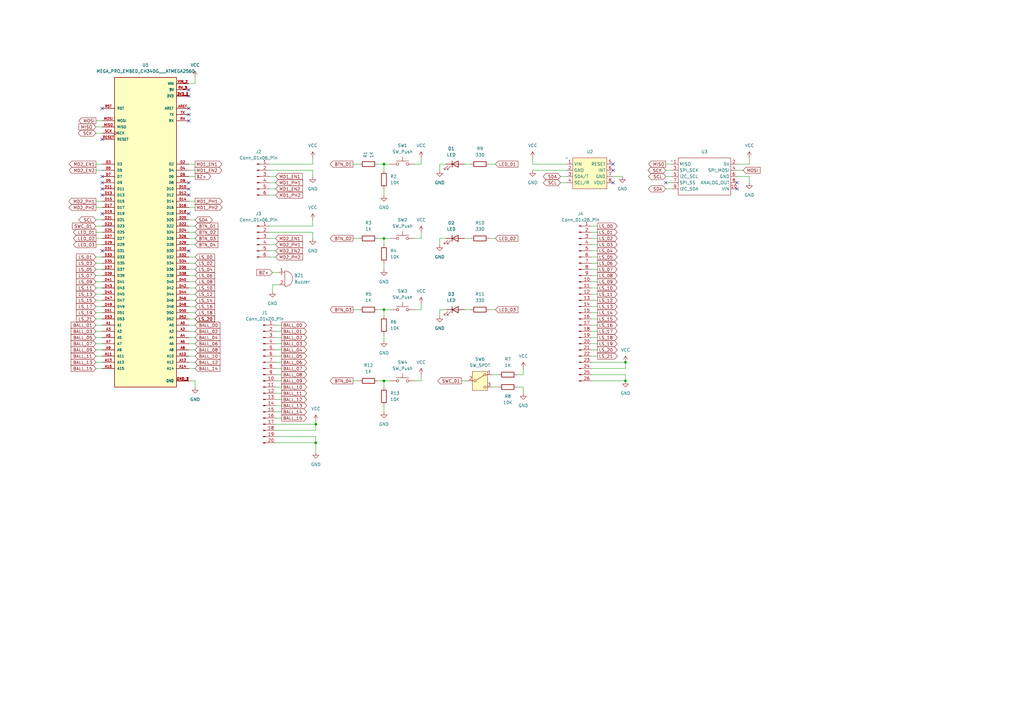
<source format=kicad_sch>
(kicad_sch (version 20230121) (generator eeschema)
  (paper "A3")
  (lib_symbols
    (symbol "BNO055:BNO055"
      (property "Reference" "U" (at 0 7.62 0))
      (symbol "BNO055_1_1"
        (pin passive line (at -8.89 3.81 0) (length 2.54) (name "VIN") (number "1"))
        (pin passive line (at -8.89 1.27 0) (length 2.54) (name "GND") (number "2"))
        (pin passive line (at -8.89 -1.27 0) (length 2.54) (name "SDA/T") (number "3"))
        (pin passive line (at -8.89 -3.81 0) (length 2.54) (name "SCL/R") (number "4"))
        (pin passive line (at 10.16 3.81 180) (length 2.54) (name "RESET") (number "5"))
        (pin passive line (at 10.16 1.27 180) (length 2.54) (name "INT") (number "6"))
        (pin passive line (at 10.16 -1.27 180) (length 2.54) (name "GND") (number "7"))
        (pin passive line (at 10.16 -3.81 180) (length 2.54) (name "VOUT") (number "8"))
      )
    )
    (symbol "Connector:Conn_01x06_Pin" (pin_names (offset 1.016) hide)
      (property "Reference" "J" (at 0 7.62 0))
      (property "Value" "Conn_01x06_Pin" (at 0 -10.16 0))
      (symbol "Conn_01x06_Pin_1_1"
        (pin passive line (at 5.08 5.08 180) (length 3.81) (name "Pin_1") (number "1"))
        (pin passive line (at 5.08 2.54 180) (length 3.81) (name "Pin_2") (number "2"))
        (pin passive line (at 5.08 0 180) (length 3.81) (name "Pin_3") (number "3"))
        (pin passive line (at 5.08 -2.54 180) (length 3.81) (name "Pin_4") (number "4"))
        (pin passive line (at 5.08 -5.08 180) (length 3.81) (name "Pin_5") (number "5"))
        (pin passive line (at 5.08 -7.62 180) (length 3.81) (name "Pin_6") (number "6"))
      )
    )
    (symbol "Connector:Conn_01x20_Pin" (pin_names (offset 1.016) hide)
      (property "Reference" "J" (at 0 25.4 0))
      (property "Value" "Conn_01x20_Pin" (at 0 -27.94 0))
      (symbol "Conn_01x20_Pin_1_1"
        (pin passive line (at 5.08 22.86 180) (length 3.81) (name "Pin_1") (number "1"))
        (pin passive line (at 5.08 0 180) (length 3.81) (name "Pin_10") (number "10"))
        (pin passive line (at 5.08 -2.54 180) (length 3.81) (name "Pin_11") (number "11"))
        (pin passive line (at 5.08 -5.08 180) (length 3.81) (name "Pin_12") (number "12"))
        (pin passive line (at 5.08 -7.62 180) (length 3.81) (name "Pin_13") (number "13"))
        (pin passive line (at 5.08 -10.16 180) (length 3.81) (name "Pin_14") (number "14"))
        (pin passive line (at 5.08 -12.7 180) (length 3.81) (name "Pin_15") (number "15"))
        (pin passive line (at 5.08 -15.24 180) (length 3.81) (name "Pin_16") (number "16"))
        (pin passive line (at 5.08 -17.78 180) (length 3.81) (name "Pin_17") (number "17"))
        (pin passive line (at 5.08 -20.32 180) (length 3.81) (name "Pin_18") (number "18"))
        (pin passive line (at 5.08 -22.86 180) (length 3.81) (name "Pin_19") (number "19"))
        (pin passive line (at 5.08 20.32 180) (length 3.81) (name "Pin_2") (number "2"))
        (pin passive line (at 5.08 -25.4 180) (length 3.81) (name "Pin_20") (number "20"))
        (pin passive line (at 5.08 17.78 180) (length 3.81) (name "Pin_3") (number "3"))
        (pin passive line (at 5.08 15.24 180) (length 3.81) (name "Pin_4") (number "4"))
        (pin passive line (at 5.08 12.7 180) (length 3.81) (name "Pin_5") (number "5"))
        (pin passive line (at 5.08 10.16 180) (length 3.81) (name "Pin_6") (number "6"))
        (pin passive line (at 5.08 7.62 180) (length 3.81) (name "Pin_7") (number "7"))
        (pin passive line (at 5.08 5.08 180) (length 3.81) (name "Pin_8") (number "8"))
        (pin passive line (at 5.08 2.54 180) (length 3.81) (name "Pin_9") (number "9"))
      )
    )
    (symbol "Connector:Conn_01x26_Pin" (pin_names (offset 1.016) hide)
      (property "Reference" "J" (at 0 33.02 0))
      (property "Value" "Conn_01x26_Pin" (at 0 -35.56 0))
      (symbol "Conn_01x26_Pin_1_1"
        (pin passive line (at 5.08 30.48 180) (length 3.81) (name "Pin_1") (number "1"))
        (pin passive line (at 5.08 7.62 180) (length 3.81) (name "Pin_10") (number "10"))
        (pin passive line (at 5.08 5.08 180) (length 3.81) (name "Pin_11") (number "11"))
        (pin passive line (at 5.08 2.54 180) (length 3.81) (name "Pin_12") (number "12"))
        (pin passive line (at 5.08 0 180) (length 3.81) (name "Pin_13") (number "13"))
        (pin passive line (at 5.08 -2.54 180) (length 3.81) (name "Pin_14") (number "14"))
        (pin passive line (at 5.08 -5.08 180) (length 3.81) (name "Pin_15") (number "15"))
        (pin passive line (at 5.08 -7.62 180) (length 3.81) (name "Pin_16") (number "16"))
        (pin passive line (at 5.08 -10.16 180) (length 3.81) (name "Pin_17") (number "17"))
        (pin passive line (at 5.08 -12.7 180) (length 3.81) (name "Pin_18") (number "18"))
        (pin passive line (at 5.08 -15.24 180) (length 3.81) (name "Pin_19") (number "19"))
        (pin passive line (at 5.08 27.94 180) (length 3.81) (name "Pin_2") (number "2"))
        (pin passive line (at 5.08 -17.78 180) (length 3.81) (name "Pin_20") (number "20"))
        (pin passive line (at 5.08 -20.32 180) (length 3.81) (name "Pin_21") (number "21"))
        (pin passive line (at 5.08 -22.86 180) (length 3.81) (name "Pin_22") (number "22"))
        (pin passive line (at 5.08 -25.4 180) (length 3.81) (name "Pin_23") (number "23"))
        (pin passive line (at 5.08 -27.94 180) (length 3.81) (name "Pin_24") (number "24"))
        (pin passive line (at 5.08 -30.48 180) (length 3.81) (name "Pin_25") (number "25"))
        (pin passive line (at 5.08 -33.02 180) (length 3.81) (name "Pin_26") (number "26"))
        (pin passive line (at 5.08 25.4 180) (length 3.81) (name "Pin_3") (number "3"))
        (pin passive line (at 5.08 22.86 180) (length 3.81) (name "Pin_4") (number "4"))
        (pin passive line (at 5.08 20.32 180) (length 3.81) (name "Pin_5") (number "5"))
        (pin passive line (at 5.08 17.78 180) (length 3.81) (name "Pin_6") (number "6"))
        (pin passive line (at 5.08 15.24 180) (length 3.81) (name "Pin_7") (number "7"))
        (pin passive line (at 5.08 12.7 180) (length 3.81) (name "Pin_8") (number "8"))
        (pin passive line (at 5.08 10.16 180) (length 3.81) (name "Pin_9") (number "9"))
      )
    )
    (symbol "Device:Buzzer" (pin_names (offset 0.0254) hide)
      (property "Reference" "BZ" (at 3.81 1.27 0))
      (property "Value" "Buzzer" (at 3.81 -1.27 0))
      (symbol "Buzzer_1_1"
        (pin passive line (at -2.54 2.54 0) (length 2.54) (name "+") (number "1"))
        (pin passive line (at -2.54 -2.54 0) (length 2.54) (name "-") (number "2"))
      )
    )
    (symbol "Device:LED" (pin_numbers hide) (pin_names (offset 1.016) hide)
      (property "Reference" "D" (at 0 2.54 0))
      (property "Value" "LED" (at 0 -2.54 0))
      (symbol "LED_1_1"
        (pin passive line (at -3.81 0 0) (length 2.54) (name "K") (number "1"))
        (pin passive line (at 3.81 0 180) (length 2.54) (name "A") (number "2"))
      )
    )
    (symbol "Device:R" (pin_numbers hide) (pin_names (offset 0))
      (property "Reference" "R" (at 2.032 0 90))
      (property "Value" "R" (at 0 0 90))
      (symbol "R_1_1"
        (pin passive line (at 0 3.81 270) (length 1.27) (name "~") (number "1"))
        (pin passive line (at 0 -3.81 90) (length 1.27) (name "~") (number "2"))
      )
    )
    (symbol "MEGA_2560_PRO:MEGA_PRO_EMBED_CH340G___ATMEGA2560" (pin_names (offset 1.016))
      (property "Reference" "U" (at -12.7 63.5 0))
      (property "Value" "MEGA_PRO_EMBED_CH340G___ATMEGA2560" (at -12.7 -66.04 0))
      (symbol "MEGA_PRO_EMBED_CH340G___ATMEGA2560_0_0"
        (pin power_in line (at 17.78 55.88 180) (length 5.08) (name "3V3") (number "3V3_1"))
        (pin power_in line (at 17.78 55.88 180) (length 5.08) (name "3V3") (number "3V3_2"))
        (pin power_in line (at 17.78 58.42 180) (length 5.08) (name "5V") (number "5V_1"))
        (pin power_in line (at 17.78 58.42 180) (length 5.08) (name "5V") (number "5V_2"))
        (pin power_in line (at 17.78 58.42 180) (length 5.08) (name "5V") (number "5V_3"))
        (pin bidirectional line (at 17.78 -38.1 180) (length 5.08) (name "A0") (number "A0"))
        (pin bidirectional line (at -17.78 -38.1 0) (length 5.08) (name "A1") (number "A1"))
        (pin bidirectional line (at 17.78 -50.8 180) (length 5.08) (name "A10") (number "A10"))
        (pin bidirectional line (at -17.78 -50.8 0) (length 5.08) (name "A11") (number "A11"))
        (pin bidirectional line (at 17.78 -53.34 180) (length 5.08) (name "A12") (number "A12"))
        (pin bidirectional line (at -17.78 -53.34 0) (length 5.08) (name "A13") (number "A13"))
        (pin bidirectional line (at 17.78 -55.88 180) (length 5.08) (name "A14") (number "A14"))
        (pin bidirectional line (at -17.78 -55.88 0) (length 5.08) (name "A15") (number "A15"))
        (pin bidirectional line (at 17.78 -40.64 180) (length 5.08) (name "A2") (number "A2"))
        (pin bidirectional line (at -17.78 -40.64 0) (length 5.08) (name "A3") (number "A3"))
        (pin bidirectional line (at 17.78 -43.18 180) (length 5.08) (name "A4") (number "A4"))
        (pin bidirectional line (at -17.78 -43.18 0) (length 5.08) (name "A5") (number "A5"))
        (pin bidirectional line (at 17.78 -45.72 180) (length 5.08) (name "A6") (number "A6"))
        (pin bidirectional line (at -17.78 -45.72 0) (length 5.08) (name "A7") (number "A7"))
        (pin bidirectional line (at 17.78 -48.26 180) (length 5.08) (name "A8") (number "A8"))
        (pin bidirectional line (at -17.78 -48.26 0) (length 5.08) (name "A9") (number "A9"))
        (pin bidirectional line (at 17.78 50.8 180) (length 5.08) (name "AREF") (number "AREF"))
        (pin bidirectional line (at 17.78 17.78 180) (length 5.08) (name "D10") (number "D10"))
        (pin bidirectional line (at -17.78 17.78 0) (length 5.08) (name "D11") (number "D11"))
        (pin bidirectional line (at 17.78 15.24 180) (length 5.08) (name "D12") (number "D12"))
        (pin bidirectional line (at -17.78 15.24 0) (length 5.08) (name "D13") (number "D13"))
        (pin bidirectional line (at 17.78 12.7 180) (length 5.08) (name "D14") (number "D14"))
        (pin bidirectional line (at -17.78 12.7 0) (length 5.08) (name "D15") (number "D15"))
        (pin bidirectional line (at 17.78 10.16 180) (length 5.08) (name "D16") (number "D16"))
        (pin bidirectional line (at -17.78 10.16 0) (length 5.08) (name "D17") (number "D17"))
        (pin bidirectional line (at 17.78 7.62 180) (length 5.08) (name "D18") (number "D18"))
        (pin bidirectional line (at -17.78 7.62 0) (length 5.08) (name "D19") (number "D19"))
        (pin bidirectional line (at 17.78 27.94 180) (length 5.08) (name "D2") (number "D2"))
        (pin bidirectional line (at 17.78 5.08 180) (length 5.08) (name "D20") (number "D20"))
        (pin bidirectional line (at -17.78 5.08 0) (length 5.08) (name "D21") (number "D21"))
        (pin bidirectional line (at 17.78 2.54 180) (length 5.08) (name "D22") (number "D22"))
        (pin bidirectional line (at -17.78 2.54 0) (length 5.08) (name "D23") (number "D23"))
        (pin bidirectional line (at 17.78 0 180) (length 5.08) (name "D24") (number "D24"))
        (pin bidirectional line (at -17.78 0 0) (length 5.08) (name "D25") (number "D25"))
        (pin bidirectional line (at 17.78 -2.54 180) (length 5.08) (name "D26") (number "D26"))
        (pin bidirectional line (at -17.78 -2.54 0) (length 5.08) (name "D27") (number "D27"))
        (pin bidirectional line (at 17.78 -5.08 180) (length 5.08) (name "D28") (number "D28"))
        (pin bidirectional line (at -17.78 -5.08 0) (length 5.08) (name "D29") (number "D29"))
        (pin bidirectional line (at -17.78 27.94 0) (length 5.08) (name "D3") (number "D3"))
        (pin bidirectional line (at 17.78 -7.62 180) (length 5.08) (name "D30") (number "D30"))
        (pin bidirectional line (at -17.78 -7.62 0) (length 5.08) (name "D31") (number "D31"))
        (pin bidirectional line (at 17.78 -10.16 180) (length 5.08) (name "D32") (number "D32"))
        (pin bidirectional line (at -17.78 -10.16 0) (length 5.08) (name "D33") (number "D33"))
        (pin bidirectional line (at 17.78 -12.7 180) (length 5.08) (name "D34") (number "D34"))
        (pin bidirectional line (at -17.78 -12.7 0) (length 5.08) (name "D35") (number "D35"))
        (pin bidirectional line (at 17.78 -15.24 180) (length 5.08) (name "D36") (number "D36"))
        (pin bidirectional line (at -17.78 -15.24 0) (length 5.08) (name "D37") (number "D37"))
        (pin bidirectional line (at 17.78 -17.78 180) (length 5.08) (name "D38") (number "D38"))
        (pin bidirectional line (at -17.78 -17.78 0) (length 5.08) (name "D39") (number "D39"))
        (pin bidirectional line (at 17.78 25.4 180) (length 5.08) (name "D4") (number "D4"))
        (pin bidirectional line (at 17.78 -20.32 180) (length 5.08) (name "D40") (number "D40"))
        (pin bidirectional line (at -17.78 -20.32 0) (length 5.08) (name "D41") (number "D41"))
        (pin bidirectional line (at 17.78 -22.86 180) (length 5.08) (name "D42") (number "D42"))
        (pin bidirectional line (at -17.78 -22.86 0) (length 5.08) (name "D43") (number "D43"))
        (pin bidirectional line (at 17.78 -25.4 180) (length 5.08) (name "D44") (number "D44"))
        (pin bidirectional line (at -17.78 -25.4 0) (length 5.08) (name "D45") (number "D45"))
        (pin bidirectional line (at 17.78 -27.94 180) (length 5.08) (name "D46") (number "D46"))
        (pin bidirectional line (at -17.78 -27.94 0) (length 5.08) (name "D47") (number "D47"))
        (pin bidirectional line (at 17.78 -30.48 180) (length 5.08) (name "D48") (number "D48"))
        (pin bidirectional line (at -17.78 -30.48 0) (length 5.08) (name "D49") (number "D49"))
        (pin bidirectional line (at -17.78 25.4 0) (length 5.08) (name "D5") (number "D5"))
        (pin bidirectional line (at 17.78 -33.02 180) (length 5.08) (name "D50") (number "D50"))
        (pin bidirectional line (at -17.78 -33.02 0) (length 5.08) (name "D51") (number "D51"))
        (pin bidirectional line (at 17.78 -35.56 180) (length 5.08) (name "D52") (number "D52"))
        (pin bidirectional line (at -17.78 -35.56 0) (length 5.08) (name "D53") (number "D53"))
        (pin bidirectional line (at 17.78 22.86 180) (length 5.08) (name "D6") (number "D6"))
        (pin bidirectional line (at -17.78 22.86 0) (length 5.08) (name "D7") (number "D7"))
        (pin bidirectional line (at 17.78 20.32 180) (length 5.08) (name "D8") (number "D8"))
        (pin bidirectional line (at -17.78 20.32 0) (length 5.08) (name "D9") (number "D9"))
        (pin power_in line (at 17.78 -60.96 180) (length 5.08) (name "GND") (number "GND_1"))
        (pin power_in line (at 17.78 -60.96 180) (length 5.08) (name "GND") (number "GND_2"))
        (pin power_in line (at 17.78 -60.96 180) (length 5.08) (name "GND") (number "GND_3"))
        (pin bidirectional line (at -17.78 43.18 0) (length 5.08) (name "MISO") (number "MISO"))
        (pin bidirectional line (at -17.78 45.72 0) (length 5.08) (name "MOSI") (number "MOSI"))
        (pin input line (at -17.78 38.1 0) (length 5.08) (name "RESET") (number "RESET"))
        (pin input line (at -17.78 50.8 0) (length 5.08) (name "RST") (number "RST"))
        (pin input line (at 17.78 45.72 180) (length 5.08) (name "RX") (number "RX"))
        (pin bidirectional clock (at -17.78 40.64 0) (length 5.08) (name "SCK") (number "SCK"))
        (pin output line (at 17.78 48.26 180) (length 5.08) (name "TX") (number "TX"))
        (pin power_in line (at 17.78 60.96 180) (length 5.08) (name "VIN") (number "VIN_1"))
        (pin power_in line (at 17.78 60.96 180) (length 5.08) (name "VIN") (number "VIN_2"))
      )
    )
    (symbol "Pixy2:Pixy2"
      (property "Reference" "U" (at -1.27 8.89 0))
      (symbol "Pixy2_1_1"
        (pin passive line (at -13.97 5.08 0) (length 2.54) (name "MISO") (number "1"))
        (pin passive line (at 12.7 -5.08 180) (length 2.54) (name "VIN") (number "10"))
        (pin passive line (at 12.7 5.08 180) (length 2.54) (name "5V") (number "2"))
        (pin passive line (at -13.97 2.54 0) (length 2.54) (name "SPI_SCK") (number "3"))
        (pin passive line (at 12.7 2.54 180) (length 2.54) (name "SPI_MOSI") (number "4"))
        (pin passive line (at -13.97 0 0) (length 2.54) (name "I2C_SCL") (number "5"))
        (pin passive line (at 12.7 0 180) (length 2.54) (name "GND") (number "6"))
        (pin passive line (at -13.97 -2.54 0) (length 2.54) (name "SPI_SS") (number "7"))
        (pin passive line (at 12.7 -2.54 180) (length 2.54) (name "ANALOG_OUT") (number "8"))
        (pin passive line (at -13.97 -5.08 0) (length 2.54) (name "I2C_SDA") (number "9"))
      )
    )
    (symbol "Switch:SW_Push" (pin_numbers hide) (pin_names (offset 1.016) hide)
      (property "Reference" "SW" (at 1.27 2.54 0))
      (property "Value" "SW_Push" (at 0 -1.524 0))
      (symbol "SW_Push_0_1"
        (pin passive line (at -5.08 0 0) (length 2.54) (name "1") (number "1"))
        (pin passive line (at 5.08 0 180) (length 2.54) (name "2") (number "2"))
      )
    )
    (symbol "Switch:SW_SPDT" (pin_names (offset 0) hide)
      (property "Reference" "SW" (at 0 5.08 0))
      (property "Value" "SW_SPDT" (at 0 -5.08 0))
      (symbol "SW_SPDT_1_1"
        (pin passive line (at 5.08 2.54 180) (length 2.54) (name "A") (number "1"))
        (pin passive line (at -5.08 0 0) (length 2.54) (name "B") (number "2"))
        (pin passive line (at 5.08 -2.54 180) (length 2.54) (name "C") (number "3"))
      )
    )
    (symbol "power:GND" (power) (pin_names (offset 0))
      (property "Value" "GND" (at 0 -3.81 0))
      (symbol "GND_1_1"
        (pin power_in line (at 0 0 270) (length 0) hide (name "GND") (number "1"))
      )
    )
    (symbol "power:VCC" (power) (pin_names (offset 0))
      (property "Value" "VCC" (at 0 3.81 0))
      (symbol "VCC_1_1"
        (pin power_in line (at 0 0 90) (length 0) hide (name "VCC") (number "1"))
      )
    )
  )
  (junction (at 157.48 156.21))
  (junction (at 129.54 181.61))
  (junction (at 157.48 127))
  (junction (at 256.54 148.59))
  (junction (at 157.48 97.79))
  (junction (at 129.54 173.99))
  (junction (at 157.48 67.31))
  (junction (at 256.54 156.21))
  (no_connect (at 41.91 87.63))
  (no_connect (at 77.47 77.47))
  (no_connect (at 273.05 74.93))
  (no_connect (at 77.47 102.87))
  (no_connect (at 77.47 46.99))
  (no_connect (at 302.26 74.93))
  (no_connect (at 77.47 87.63))
  (no_connect (at 41.91 102.87))
  (no_connect (at 77.47 39.37))
  (no_connect (at 77.47 36.83))
  (no_connect (at 302.26 77.47))
  (no_connect (at 41.91 72.39))
  (no_connect (at 77.47 44.45))
  (no_connect (at 77.47 80.01))
  (no_connect (at 251.46 74.93))
  (no_connect (at 41.91 57.15))
  (no_connect (at 41.91 80.01))
  (no_connect (at 41.91 74.93))
  (no_connect (at 251.46 69.85))
  (no_connect (at 251.46 67.31))
  (no_connect (at 41.91 44.45))
  (no_connect (at 77.47 49.53))
  (no_connect (at 77.47 74.93))
  (no_connect (at 41.91 77.47))
  (wire (pts (xy 77.47 133.35) (xy 80.01 133.35)))
  (wire (pts (xy 113.03 140.97) (xy 115.57 140.97)))
  (wire (pts (xy 77.47 34.29) (xy 80.01 34.29)))
  (wire (pts (xy 144.78 67.31) (xy 147.32 67.31)))
  (wire (pts (xy 182.88 67.31) (xy 180.34 67.31)))
  (wire (pts (xy 307.34 67.31) (xy 307.34 64.77)))
  (wire (pts (xy 39.37 54.61) (xy 41.91 54.61)))
  (wire (pts (xy 113.03 138.43) (xy 115.57 138.43)))
  (wire (pts (xy 39.37 115.57) (xy 41.91 115.57)))
  (wire (pts (xy 77.47 110.49) (xy 80.01 110.49)))
  (wire (pts (xy 180.34 97.79) (xy 180.34 100.33)))
  (wire (pts (xy 273.05 77.47) (xy 275.59 77.47)))
  (wire (pts (xy 129.54 179.07) (xy 129.54 181.61)))
  (wire (pts (xy 182.88 97.79) (xy 180.34 97.79)))
  (wire (pts (xy 39.37 97.79) (xy 41.91 97.79)))
  (wire (pts (xy 113.03 153.67) (xy 115.57 153.67)))
  (wire (pts (xy 256.54 148.59) (xy 256.54 151.13)))
  (wire (pts (xy 242.57 102.87) (xy 245.11 102.87)))
  (wire (pts (xy 242.57 110.49) (xy 245.11 110.49)))
  (wire (pts (xy 39.37 120.65) (xy 41.91 120.65)))
  (wire (pts (xy 39.37 69.85) (xy 41.91 69.85)))
  (wire (pts (xy 307.34 74.93) (xy 307.34 72.39)))
  (wire (pts (xy 113.03 179.07) (xy 129.54 179.07)))
  (wire (pts (xy 214.63 153.67) (xy 212.09 153.67)))
  (wire (pts (xy 157.48 166.37) (xy 157.48 168.91)))
  (wire (pts (xy 77.47 120.65) (xy 80.01 120.65)))
  (wire (pts (xy 114.3 111.76) (xy 111.76 111.76)))
  (wire (pts (xy 180.34 67.31) (xy 180.34 69.85)))
  (wire (pts (xy 154.94 67.31) (xy 157.48 67.31)))
  (wire (pts (xy 113.03 161.29) (xy 115.57 161.29)))
  (wire (pts (xy 144.78 156.21) (xy 147.32 156.21)))
  (wire (pts (xy 110.49 100.33) (xy 113.03 100.33)))
  (wire (pts (xy 273.05 69.85) (xy 275.59 69.85)))
  (wire (pts (xy 39.37 82.55) (xy 41.91 82.55)))
  (wire (pts (xy 39.37 90.17) (xy 41.91 90.17)))
  (wire (pts (xy 242.57 118.11) (xy 245.11 118.11)))
  (wire (pts (xy 129.54 185.42) (xy 129.54 181.61)))
  (wire (pts (xy 182.88 127) (xy 180.34 127)))
  (wire (pts (xy 39.37 148.59) (xy 41.91 148.59)))
  (wire (pts (xy 39.37 135.89) (xy 41.91 135.89)))
  (wire (pts (xy 201.93 158.75) (xy 204.47 158.75)))
  (wire (pts (xy 80.01 156.21) (xy 80.01 158.75)))
  (wire (pts (xy 39.37 95.25) (xy 41.91 95.25)))
  (wire (pts (xy 218.44 69.85) (xy 232.41 69.85)))
  (wire (pts (xy 157.48 156.21) (xy 157.48 158.75)))
  (wire (pts (xy 170.18 97.79) (xy 172.72 97.79)))
  (wire (pts (xy 39.37 49.53) (xy 41.91 49.53)))
  (wire (pts (xy 157.48 67.31) (xy 160.02 67.31)))
  (wire (pts (xy 77.47 97.79) (xy 80.01 97.79)))
  (wire (pts (xy 77.47 115.57) (xy 80.01 115.57)))
  (wire (pts (xy 77.47 135.89) (xy 80.01 135.89)))
  (wire (pts (xy 302.26 67.31) (xy 307.34 67.31)))
  (wire (pts (xy 242.57 135.89) (xy 245.11 135.89)))
  (wire (pts (xy 77.47 92.71) (xy 80.01 92.71)))
  (wire (pts (xy 172.72 64.77) (xy 172.72 67.31)))
  (wire (pts (xy 242.57 97.79) (xy 245.11 97.79)))
  (wire (pts (xy 218.44 64.77) (xy 218.44 67.31)))
  (wire (pts (xy 39.37 110.49) (xy 41.91 110.49)))
  (wire (pts (xy 39.37 123.19) (xy 41.91 123.19)))
  (wire (pts (xy 157.48 97.79) (xy 160.02 97.79)))
  (wire (pts (xy 77.47 90.17) (xy 80.01 90.17)))
  (wire (pts (xy 113.03 163.83) (xy 115.57 163.83)))
  (wire (pts (xy 77.47 100.33) (xy 80.01 100.33)))
  (wire (pts (xy 242.57 123.19) (xy 245.11 123.19)))
  (wire (pts (xy 190.5 67.31) (xy 193.04 67.31)))
  (wire (pts (xy 39.37 118.11) (xy 41.91 118.11)))
  (wire (pts (xy 273.05 67.31) (xy 275.59 67.31)))
  (wire (pts (xy 113.03 135.89) (xy 115.57 135.89)))
  (wire (pts (xy 113.03 146.05) (xy 115.57 146.05)))
  (wire (pts (xy 129.54 173.99) (xy 129.54 176.53)))
  (wire (pts (xy 113.03 148.59) (xy 115.57 148.59)))
  (wire (pts (xy 39.37 107.95) (xy 41.91 107.95)))
  (wire (pts (xy 39.37 67.31) (xy 41.91 67.31)))
  (wire (pts (xy 273.05 74.93) (xy 275.59 74.93)))
  (wire (pts (xy 39.37 140.97) (xy 41.91 140.97)))
  (wire (pts (xy 39.37 133.35) (xy 41.91 133.35)))
  (wire (pts (xy 190.5 127) (xy 193.04 127)))
  (wire (pts (xy 242.57 107.95) (xy 245.11 107.95)))
  (wire (pts (xy 172.72 156.21) (xy 172.72 153.67)))
  (wire (pts (xy 113.03 173.99) (xy 129.54 173.99)))
  (wire (pts (xy 113.03 151.13) (xy 115.57 151.13)))
  (wire (pts (xy 77.47 113.03) (xy 80.01 113.03)))
  (wire (pts (xy 172.72 97.79) (xy 172.72 95.25)))
  (wire (pts (xy 129.54 172.72) (xy 129.54 173.99)))
  (wire (pts (xy 111.76 116.84) (xy 111.76 119.38)))
  (wire (pts (xy 39.37 52.07) (xy 41.91 52.07)))
  (wire (pts (xy 229.87 74.93) (xy 232.41 74.93)))
  (wire (pts (xy 242.57 115.57) (xy 245.11 115.57)))
  (wire (pts (xy 110.49 97.79) (xy 113.03 97.79)))
  (wire (pts (xy 129.54 176.53) (xy 113.03 176.53)))
  (wire (pts (xy 242.57 153.67) (xy 256.54 153.67)))
  (wire (pts (xy 128.27 90.17) (xy 128.27 92.71)))
  (wire (pts (xy 242.57 125.73) (xy 245.11 125.73)))
  (wire (pts (xy 113.03 158.75) (xy 115.57 158.75)))
  (wire (pts (xy 203.2 67.31) (xy 200.66 67.31)))
  (wire (pts (xy 39.37 130.81) (xy 41.91 130.81)))
  (wire (pts (xy 77.47 148.59) (xy 80.01 148.59)))
  (wire (pts (xy 39.37 92.71) (xy 41.91 92.71)))
  (wire (pts (xy 242.57 138.43) (xy 245.11 138.43)))
  (wire (pts (xy 170.18 127) (xy 172.72 127)))
  (wire (pts (xy 113.03 133.35) (xy 115.57 133.35)))
  (wire (pts (xy 110.49 92.71) (xy 128.27 92.71)))
  (wire (pts (xy 39.37 113.03) (xy 41.91 113.03)))
  (wire (pts (xy 113.03 156.21) (xy 115.57 156.21)))
  (wire (pts (xy 189.23 156.21) (xy 191.77 156.21)))
  (wire (pts (xy 242.57 120.65) (xy 245.11 120.65)))
  (wire (pts (xy 80.01 34.29) (xy 80.01 31.75)))
  (wire (pts (xy 77.47 140.97) (xy 80.01 140.97)))
  (wire (pts (xy 77.47 105.41) (xy 80.01 105.41)))
  (wire (pts (xy 77.47 151.13) (xy 80.01 151.13)))
  (wire (pts (xy 77.47 156.21) (xy 80.01 156.21)))
  (wire (pts (xy 128.27 95.25) (xy 128.27 97.79)))
  (wire (pts (xy 110.49 105.41) (xy 113.03 105.41)))
  (wire (pts (xy 157.48 137.16) (xy 157.48 139.7)))
  (wire (pts (xy 77.47 107.95) (xy 80.01 107.95)))
  (wire (pts (xy 39.37 146.05) (xy 41.91 146.05)))
  (wire (pts (xy 128.27 69.85) (xy 110.49 69.85)))
  (wire (pts (xy 39.37 125.73) (xy 41.91 125.73)))
  (wire (pts (xy 170.18 156.21) (xy 172.72 156.21)))
  (wire (pts (xy 157.48 107.95) (xy 157.48 110.49)))
  (wire (pts (xy 302.26 72.39) (xy 307.34 72.39)))
  (wire (pts (xy 113.03 171.45) (xy 115.57 171.45)))
  (wire (pts (xy 212.09 158.75) (xy 214.63 158.75)))
  (wire (pts (xy 242.57 146.05) (xy 245.11 146.05)))
  (wire (pts (xy 190.5 97.79) (xy 193.04 97.79)))
  (wire (pts (xy 242.57 95.25) (xy 245.11 95.25)))
  (wire (pts (xy 77.47 146.05) (xy 80.01 146.05)))
  (wire (pts (xy 172.72 127) (xy 172.72 124.46)))
  (wire (pts (xy 144.78 127) (xy 147.32 127)))
  (wire (pts (xy 256.54 151.13) (xy 242.57 151.13)))
  (wire (pts (xy 128.27 69.85) (xy 128.27 72.39)))
  (wire (pts (xy 77.47 67.31) (xy 80.01 67.31)))
  (wire (pts (xy 154.94 156.21) (xy 157.48 156.21)))
  (wire (pts (xy 39.37 85.09) (xy 41.91 85.09)))
  (wire (pts (xy 77.47 143.51) (xy 80.01 143.51)))
  (wire (pts (xy 242.57 105.41) (xy 245.11 105.41)))
  (wire (pts (xy 242.57 140.97) (xy 245.11 140.97)))
  (wire (pts (xy 113.03 166.37) (xy 115.57 166.37)))
  (wire (pts (xy 114.3 116.84) (xy 111.76 116.84)))
  (wire (pts (xy 157.48 156.21) (xy 160.02 156.21)))
  (wire (pts (xy 113.03 143.51) (xy 115.57 143.51)))
  (wire (pts (xy 39.37 100.33) (xy 41.91 100.33)))
  (wire (pts (xy 39.37 143.51) (xy 41.91 143.51)))
  (wire (pts (xy 110.49 72.39) (xy 113.03 72.39)))
  (wire (pts (xy 214.63 158.75) (xy 214.63 161.29)))
  (wire (pts (xy 203.2 127) (xy 200.66 127)))
  (wire (pts (xy 157.48 80.01) (xy 157.48 77.47)))
  (wire (pts (xy 77.47 85.09) (xy 80.01 85.09)))
  (wire (pts (xy 242.57 130.81) (xy 245.11 130.81)))
  (wire (pts (xy 242.57 133.35) (xy 245.11 133.35)))
  (wire (pts (xy 157.48 69.85) (xy 157.48 67.31)))
  (wire (pts (xy 157.48 97.79) (xy 157.48 100.33)))
  (wire (pts (xy 110.49 95.25) (xy 128.27 95.25)))
  (wire (pts (xy 251.46 72.39) (xy 255.27 72.39)))
  (wire (pts (xy 110.49 74.93) (xy 113.03 74.93)))
  (wire (pts (xy 245.11 92.71) (xy 242.57 92.71)))
  (wire (pts (xy 77.47 82.55) (xy 80.01 82.55)))
  (wire (pts (xy 113.03 181.61) (xy 129.54 181.61)))
  (wire (pts (xy 154.94 127) (xy 157.48 127)))
  (wire (pts (xy 77.47 130.81) (xy 80.01 130.81)))
  (wire (pts (xy 77.47 138.43) (xy 80.01 138.43)))
  (wire (pts (xy 214.63 151.13) (xy 214.63 153.67)))
  (wire (pts (xy 242.57 113.03) (xy 245.11 113.03)))
  (wire (pts (xy 256.54 153.67) (xy 256.54 156.21)))
  (wire (pts (xy 77.47 69.85) (xy 80.01 69.85)))
  (wire (pts (xy 39.37 105.41) (xy 41.91 105.41)))
  (wire (pts (xy 242.57 143.51) (xy 245.11 143.51)))
  (wire (pts (xy 110.49 77.47) (xy 113.03 77.47)))
  (wire (pts (xy 242.57 148.59) (xy 256.54 148.59)))
  (wire (pts (xy 180.34 127) (xy 180.34 129.54)))
  (wire (pts (xy 77.47 125.73) (xy 80.01 125.73)))
  (wire (pts (xy 128.27 67.31) (xy 110.49 67.31)))
  (wire (pts (xy 229.87 72.39) (xy 232.41 72.39)))
  (wire (pts (xy 302.26 69.85) (xy 304.8 69.85)))
  (wire (pts (xy 110.49 80.01) (xy 113.03 80.01)))
  (wire (pts (xy 154.94 97.79) (xy 157.48 97.79)))
  (wire (pts (xy 157.48 127) (xy 160.02 127)))
  (wire (pts (xy 77.47 95.25) (xy 80.01 95.25)))
  (wire (pts (xy 242.57 128.27) (xy 245.11 128.27)))
  (wire (pts (xy 144.78 97.79) (xy 147.32 97.79)))
  (wire (pts (xy 242.57 100.33) (xy 245.11 100.33)))
  (wire (pts (xy 77.47 123.19) (xy 80.01 123.19)))
  (wire (pts (xy 113.03 168.91) (xy 115.57 168.91)))
  (wire (pts (xy 39.37 138.43) (xy 41.91 138.43)))
  (wire (pts (xy 77.47 118.11) (xy 80.01 118.11)))
  (wire (pts (xy 172.72 67.31) (xy 170.18 67.31)))
  (wire (pts (xy 39.37 151.13) (xy 41.91 151.13)))
  (wire (pts (xy 218.44 67.31) (xy 232.41 67.31)))
  (wire (pts (xy 203.2 97.79) (xy 200.66 97.79)))
  (wire (pts (xy 110.49 102.87) (xy 113.03 102.87)))
  (wire (pts (xy 77.47 72.39) (xy 80.01 72.39)))
  (wire (pts (xy 201.93 153.67) (xy 204.47 153.67)))
  (wire (pts (xy 39.37 128.27) (xy 41.91 128.27)))
  (wire (pts (xy 157.48 127) (xy 157.48 129.54)))
  (wire (pts (xy 242.57 156.21) (xy 256.54 156.21)))
  (wire (pts (xy 77.47 128.27) (xy 80.01 128.27)))
  (wire (pts (xy 128.27 64.77) (xy 128.27 67.31)))
  (wire (pts (xy 273.05 72.39) (xy 275.59 72.39)))
  (global_label "LS_08" (shape output) (at 245.11 113.03 0) (property "Intersheetrefs" "${INTERSHEET_REFS}" (effects hide)))
  (global_label "BALL_09" (shape output) (at 115.57 156.21 0) (property "Intersheetrefs" "${INTERSHEET_REFS}" (effects hide)))
  (global_label "BALL_11" (shape input) (at 39.37 146.05 180) (property "Intersheetrefs" "${INTERSHEET_REFS}" (effects hide)))
  (global_label "LS_13" (shape input) (at 39.37 120.65 180) (property "Intersheetrefs" "${INTERSHEET_REFS}" (effects hide)))
  (global_label "MD2_EN2" (shape output) (at 39.37 69.85 180) (property "Intersheetrefs" "${INTERSHEET_REFS}" (effects hide)))
  (global_label "BTN_02" (shape input) (at 80.01 95.25 0) (property "Intersheetrefs" "${INTERSHEET_REFS}" (effects hide)))
  (global_label "BTN_03" (shape output) (at 144.78 127 180) (property "Intersheetrefs" "${INTERSHEET_REFS}" (effects hide)))
  (global_label "LS_20" (shape output) (at 245.11 143.51 0) (property "Intersheetrefs" "${INTERSHEET_REFS}" (effects hide)))
  (global_label "LS_07" (shape input) (at 39.37 113.03 180) (property "Intersheetrefs" "${INTERSHEET_REFS}" (effects hide)))
  (global_label "LS_15" (shape input) (at 39.37 123.19 180) (property "Intersheetrefs" "${INTERSHEET_REFS}" (effects hide)))
  (global_label "BZ+" (shape input) (at 111.76 111.76 180) (property "Intersheetrefs" "${INTERSHEET_REFS}" (effects hide)))
  (global_label "LS_03" (shape input) (at 39.37 107.95 180) (property "Intersheetrefs" "${INTERSHEET_REFS}" (effects hide)))
  (global_label "LS_00" (shape input) (at 80.01 105.41 0) (property "Intersheetrefs" "${INTERSHEET_REFS}" (effects hide)))
  (global_label "LS_13" (shape output) (at 245.11 125.73 0) (property "Intersheetrefs" "${INTERSHEET_REFS}" (effects hide)))
  (global_label "BALL_08" (shape output) (at 115.57 153.67 0) (property "Intersheetrefs" "${INTERSHEET_REFS}" (effects hide)))
  (global_label "LS_20" (shape input) (at 80.01 130.81 0) (property "Intersheetrefs" "${INTERSHEET_REFS}" (effects hide)))
  (global_label "LS_21" (shape output) (at 245.11 146.05 0) (property "Intersheetrefs" "${INTERSHEET_REFS}" (effects hide)))
  (global_label "MD2_PH2" (shape output) (at 39.37 85.09 180) (property "Intersheetrefs" "${INTERSHEET_REFS}" (effects hide)))
  (global_label "BALL_04" (shape input) (at 80.01 138.43 0) (property "Intersheetrefs" "${INTERSHEET_REFS}" (effects hide)))
  (global_label "SWC_01" (shape output) (at 189.23 156.21 180) (property "Intersheetrefs" "${INTERSHEET_REFS}" (effects hide)))
  (global_label "MD2_EN2" (shape input) (at 113.03 102.87 0) (property "Intersheetrefs" "${INTERSHEET_REFS}" (effects hide)))
  (global_label "SCL" (shape bidirectional) (at 229.87 74.93 180) (property "Intersheetrefs" "${INTERSHEET_REFS}" (effects hide)))
  (global_label "BTN_04" (shape output) (at 144.78 156.21 180) (property "Intersheetrefs" "${INTERSHEET_REFS}" (effects hide)))
  (global_label "LS_01" (shape input) (at 39.37 105.41 180) (property "Intersheetrefs" "${INTERSHEET_REFS}" (effects hide)))
  (global_label "SDA" (shape bidirectional) (at 273.05 77.47 180) (property "Intersheetrefs" "${INTERSHEET_REFS}" (effects hide)))
  (global_label "BALL_13" (shape input) (at 39.37 148.59 180) (property "Intersheetrefs" "${INTERSHEET_REFS}" (effects hide)))
  (global_label "MD1_PH2" (shape input) (at 113.03 80.01 0) (property "Intersheetrefs" "${INTERSHEET_REFS}" (effects hide)))
  (global_label "LS_18" (shape input) (at 80.01 128.27 0) (property "Intersheetrefs" "${INTERSHEET_REFS}" (effects hide)))
  (global_label "BALL_02" (shape input) (at 80.01 135.89 0) (property "Intersheetrefs" "${INTERSHEET_REFS}" (effects hide)))
  (global_label "BALL_14" (shape input) (at 80.01 151.13 0) (property "Intersheetrefs" "${INTERSHEET_REFS}" (effects hide)))
  (global_label "LS_07" (shape output) (at 245.11 110.49 0) (property "Intersheetrefs" "${INTERSHEET_REFS}" (effects hide)))
  (global_label "LS_06" (shape output) (at 245.11 107.95 0) (property "Intersheetrefs" "${INTERSHEET_REFS}" (effects hide)))
  (global_label "LS_10" (shape output) (at 245.11 118.11 0) (property "Intersheetrefs" "${INTERSHEET_REFS}" (effects hide)))
  (global_label "LS_21" (shape input) (at 39.37 130.81 180) (property "Intersheetrefs" "${INTERSHEET_REFS}" (effects hide)))
  (global_label "BALL_11" (shape output) (at 115.57 161.29 0) (property "Intersheetrefs" "${INTERSHEET_REFS}" (effects hide)))
  (global_label "MD1_EN2" (shape input) (at 113.03 77.47 0) (property "Intersheetrefs" "${INTERSHEET_REFS}" (effects hide)))
  (global_label "SWC_01" (shape input) (at 39.37 92.71 180) (property "Intersheetrefs" "${INTERSHEET_REFS}" (effects hide)))
  (global_label "BALL_10" (shape output) (at 115.57 158.75 0) (property "Intersheetrefs" "${INTERSHEET_REFS}" (effects hide)))
  (global_label "LS_02" (shape output) (at 245.11 97.79 0) (property "Intersheetrefs" "${INTERSHEET_REFS}" (effects hide)))
  (global_label "LS_14" (shape input) (at 80.01 123.19 0) (property "Intersheetrefs" "${INTERSHEET_REFS}" (effects hide)))
  (global_label "MISO" (shape input) (at 39.37 52.07 180) (property "Intersheetrefs" "${INTERSHEET_REFS}" (effects hide)))
  (global_label "MD2_PH2" (shape input) (at 113.03 105.41 0) (property "Intersheetrefs" "${INTERSHEET_REFS}" (effects hide)))
  (global_label "BALL_00" (shape output) (at 115.57 133.35 0) (property "Intersheetrefs" "${INTERSHEET_REFS}" (effects hide)))
  (global_label "LS_16" (shape output) (at 245.11 133.35 0) (property "Intersheetrefs" "${INTERSHEET_REFS}" (effects hide)))
  (global_label "LS_16" (shape input) (at 80.01 125.73 0) (property "Intersheetrefs" "${INTERSHEET_REFS}" (effects hide)))
  (global_label "LS_11" (shape input) (at 39.37 118.11 180) (property "Intersheetrefs" "${INTERSHEET_REFS}" (effects hide)))
  (global_label "BTN_01" (shape output) (at 144.78 67.31 180) (property "Intersheetrefs" "${INTERSHEET_REFS}" (effects hide)))
  (global_label "BALL_12" (shape input) (at 80.01 148.59 0) (property "Intersheetrefs" "${INTERSHEET_REFS}" (effects hide)))
  (global_label "MD1_PH1" (shape input) (at 113.03 74.93 0) (property "Intersheetrefs" "${INTERSHEET_REFS}" (effects hide)))
  (global_label "LS_12" (shape output) (at 245.11 123.19 0) (property "Intersheetrefs" "${INTERSHEET_REFS}" (effects hide)))
  (global_label "BALL_01" (shape output) (at 115.57 135.89 0) (property "Intersheetrefs" "${INTERSHEET_REFS}" (effects hide)))
  (global_label "BALL_07" (shape input) (at 39.37 140.97 180) (property "Intersheetrefs" "${INTERSHEET_REFS}" (effects hide)))
  (global_label "LS_04" (shape input) (at 80.01 110.49 0) (property "Intersheetrefs" "${INTERSHEET_REFS}" (effects hide)))
  (global_label "LS_18" (shape output) (at 245.11 138.43 0) (property "Intersheetrefs" "${INTERSHEET_REFS}" (effects hide)))
  (global_label "LED_02" (shape input) (at 203.2 97.79 0) (property "Intersheetrefs" "${INTERSHEET_REFS}" (effects hide)))
  (global_label "BALL_03" (shape input) (at 39.37 135.89 180) (property "Intersheetrefs" "${INTERSHEET_REFS}" (effects hide)))
  (global_label "BALL_02" (shape output) (at 115.57 138.43 0) (property "Intersheetrefs" "${INTERSHEET_REFS}" (effects hide)))
  (global_label "SCK" (shape bidirectional) (at 39.37 54.61 180) (property "Intersheetrefs" "${INTERSHEET_REFS}" (effects hide)))
  (global_label "SCL" (shape bidirectional) (at 39.37 90.17 180) (property "Intersheetrefs" "${INTERSHEET_REFS}" (effects hide)))
  (global_label "LS_04" (shape output) (at 245.11 102.87 0) (property "Intersheetrefs" "${INTERSHEET_REFS}" (effects hide)))
  (global_label "MISO" (shape output) (at 273.05 67.31 180) (property "Intersheetrefs" "${INTERSHEET_REFS}" (effects hide)))
  (global_label "BALL_14" (shape output) (at 115.57 168.91 0) (property "Intersheetrefs" "${INTERSHEET_REFS}" (effects hide)))
  (global_label "MOSI" (shape input) (at 304.8 69.85 0) (property "Intersheetrefs" "${INTERSHEET_REFS}" (effects hide)))
  (global_label "LS_05" (shape input) (at 39.37 110.49 180) (property "Intersheetrefs" "${INTERSHEET_REFS}" (effects hide)))
  (global_label "BTN_04" (shape input) (at 80.01 100.33 0) (property "Intersheetrefs" "${INTERSHEET_REFS}" (effects hide)))
  (global_label "MD1_PH2" (shape output) (at 80.01 85.09 0) (property "Intersheetrefs" "${INTERSHEET_REFS}" (effects hide)))
  (global_label "BALL_05" (shape input) (at 39.37 138.43 180) (property "Intersheetrefs" "${INTERSHEET_REFS}" (effects hide)))
  (global_label "LS_02" (shape input) (at 80.01 107.95 0) (property "Intersheetrefs" "${INTERSHEET_REFS}" (effects hide)))
  (global_label "MD2_EN1" (shape output) (at 39.37 67.31 180) (property "Intersheetrefs" "${INTERSHEET_REFS}" (effects hide)))
  (global_label "BALL_07" (shape output) (at 115.57 151.13 0) (property "Intersheetrefs" "${INTERSHEET_REFS}" (effects hide)))
  (global_label "BALL_12" (shape output) (at 115.57 163.83 0) (property "Intersheetrefs" "${INTERSHEET_REFS}" (effects hide)))
  (global_label "BALL_15" (shape input) (at 39.37 151.13 180) (property "Intersheetrefs" "${INTERSHEET_REFS}" (effects hide)))
  (global_label "MD2_PH1" (shape output) (at 39.37 82.55 180) (property "Intersheetrefs" "${INTERSHEET_REFS}" (effects hide)))
  (global_label "LS_17" (shape input) (at 39.37 125.73 180) (property "Intersheetrefs" "${INTERSHEET_REFS}" (effects hide)))
  (global_label "BALL_15" (shape output) (at 115.57 171.45 0) (property "Intersheetrefs" "${INTERSHEET_REFS}" (effects hide)))
  (global_label "LS_11" (shape output) (at 245.11 120.65 0) (property "Intersheetrefs" "${INTERSHEET_REFS}" (effects hide)))
  (global_label "LS_09" (shape input) (at 39.37 115.57 180) (property "Intersheetrefs" "${INTERSHEET_REFS}" (effects hide)))
  (global_label "LS_05" (shape output) (at 245.11 105.41 0) (property "Intersheetrefs" "${INTERSHEET_REFS}" (effects hide)))
  (global_label "MD1_EN1" (shape output) (at 80.01 67.31 0) (property "Intersheetrefs" "${INTERSHEET_REFS}" (effects hide)))
  (global_label "LED_02" (shape output) (at 39.37 97.79 180) (property "Intersheetrefs" "${INTERSHEET_REFS}" (effects hide)))
  (global_label "BTN_03" (shape input) (at 80.01 97.79 0) (property "Intersheetrefs" "${INTERSHEET_REFS}" (effects hide)))
  (global_label "LS_15" (shape output) (at 245.11 130.81 0) (property "Intersheetrefs" "${INTERSHEET_REFS}" (effects hide)))
  (global_label "BALL_13" (shape output) (at 115.57 166.37 0) (property "Intersheetrefs" "${INTERSHEET_REFS}" (effects hide)))
  (global_label "LS_20" (shape input) (at 79.9721 130.81 0) (property "Intersheetrefs" "${INTERSHEET_REFS}" (effects hide)))
  (global_label "LS_14" (shape output) (at 245.11 128.27 0) (property "Intersheetrefs" "${INTERSHEET_REFS}" (effects hide)))
  (global_label "BALL_06" (shape input) (at 80.01 140.97 0) (property "Intersheetrefs" "${INTERSHEET_REFS}" (effects hide)))
  (global_label "BALL_06" (shape output) (at 115.57 148.59 0) (property "Intersheetrefs" "${INTERSHEET_REFS}" (effects hide)))
  (global_label "BZ+" (shape output) (at 80.01 72.39 0) (property "Intersheetrefs" "${INTERSHEET_REFS}" (effects hide)))
  (global_label "BTN_02" (shape output) (at 144.78 97.79 180) (property "Intersheetrefs" "${INTERSHEET_REFS}" (effects hide)))
  (global_label "SCK" (shape bidirectional) (at 273.05 69.85 180) (property "Intersheetrefs" "${INTERSHEET_REFS}" (effects hide)))
  (global_label "BALL_05" (shape output) (at 115.57 146.05 0) (property "Intersheetrefs" "${INTERSHEET_REFS}" (effects hide)))
  (global_label "LED_03" (shape input) (at 203.2 127 0) (property "Intersheetrefs" "${INTERSHEET_REFS}" (effects hide)))
  (global_label "LS_08" (shape input) (at 80.01 115.57 0) (property "Intersheetrefs" "${INTERSHEET_REFS}" (effects hide)))
  (global_label "MOSI" (shape output) (at 39.37 49.53 180) (property "Intersheetrefs" "${INTERSHEET_REFS}" (effects hide)))
  (global_label "BALL_01" (shape input) (at 39.37 133.35 180) (property "Intersheetrefs" "${INTERSHEET_REFS}" (effects hide)))
  (global_label "BTN_01" (shape input) (at 80.01 92.71 0) (property "Intersheetrefs" "${INTERSHEET_REFS}" (effects hide)))
  (global_label "LS_06" (shape input) (at 80.01 113.03 0) (property "Intersheetrefs" "${INTERSHEET_REFS}" (effects hide)))
  (global_label "LS_12" (shape input) (at 80.01 120.65 0) (property "Intersheetrefs" "${INTERSHEET_REFS}" (effects hide)))
  (global_label "BALL_10" (shape input) (at 80.01 146.05 0) (property "Intersheetrefs" "${INTERSHEET_REFS}" (effects hide)))
  (global_label "SDA" (shape bidirectional) (at 80.01 90.17 0) (property "Intersheetrefs" "${INTERSHEET_REFS}" (effects hide)))
  (global_label "LED_01" (shape input) (at 203.2 67.31 0) (property "Intersheetrefs" "${INTERSHEET_REFS}" (effects hide)))
  (global_label "BALL_09" (shape input) (at 39.37 143.51 180) (property "Intersheetrefs" "${INTERSHEET_REFS}" (effects hide)))
  (global_label "LS_00" (shape output) (at 245.11 92.71 0) (property "Intersheetrefs" "${INTERSHEET_REFS}" (effects hide)))
  (global_label "LS_09" (shape output) (at 245.11 115.57 0) (property "Intersheetrefs" "${INTERSHEET_REFS}" (effects hide)))
  (global_label "LS_19" (shape input) (at 39.37 128.27 180) (property "Intersheetrefs" "${INTERSHEET_REFS}" (effects hide)))
  (global_label "BALL_03" (shape output) (at 115.57 140.97 0) (property "Intersheetrefs" "${INTERSHEET_REFS}" (effects hide)))
  (global_label "MD1_EN1" (shape input) (at 113.03 72.39 0) (property "Intersheetrefs" "${INTERSHEET_REFS}" (effects hide)))
  (global_label "LS_03" (shape output) (at 245.11 100.33 0) (property "Intersheetrefs" "${INTERSHEET_REFS}" (effects hide)))
  (global_label "LS_17" (shape output) (at 245.11 135.89 0) (property "Intersheetrefs" "${INTERSHEET_REFS}" (effects hide)))
  (global_label "SCL" (shape bidirectional) (at 273.05 72.39 180) (property "Intersheetrefs" "${INTERSHEET_REFS}" (effects hide)))
  (global_label "LS_01" (shape output) (at 245.11 95.25 0) (property "Intersheetrefs" "${INTERSHEET_REFS}" (effects hide)))
  (global_label "LED_03" (shape output) (at 39.37 100.33 180) (property "Intersheetrefs" "${INTERSHEET_REFS}" (effects hide)))
  (global_label "LS_10" (shape input) (at 80.01 118.11 0) (property "Intersheetrefs" "${INTERSHEET_REFS}" (effects hide)))
  (global_label "LS_19" (shape output) (at 245.11 140.97 0) (property "Intersheetrefs" "${INTERSHEET_REFS}" (effects hide)))
  (global_label "BALL_08" (shape input) (at 80.01 143.51 0) (property "Intersheetrefs" "${INTERSHEET_REFS}" (effects hide)))
  (global_label "MD2_EN1" (shape input) (at 113.03 97.79 0) (property "Intersheetrefs" "${INTERSHEET_REFS}" (effects hide)))
  (global_label "SDA" (shape bidirectional) (at 229.87 72.39 180) (property "Intersheetrefs" "${INTERSHEET_REFS}" (effects hide)))
  (global_label "MD1_PH1" (shape output) (at 80.01 82.55 0) (property "Intersheetrefs" "${INTERSHEET_REFS}" (effects hide)))
  (global_label "MD1_EN2" (shape output) (at 80.01 69.85 0) (property "Intersheetrefs" "${INTERSHEET_REFS}" (effects hide)))
  (global_label "BALL_04" (shape output) (at 115.57 143.51 0) (property "Intersheetrefs" "${INTERSHEET_REFS}" (effects hide)))
  (global_label "LED_01" (shape output) (at 39.37 95.25 180) (property "Intersheetrefs" "${INTERSHEET_REFS}" (effects hide)))
  (global_label "MD2_PH1" (shape input) (at 113.03 100.33 0) (property "Intersheetrefs" "${INTERSHEET_REFS}" (effects hide)))
  (global_label "BALL_00" (shape input) (at 80.01 133.35 0) (property "Intersheetrefs" "${INTERSHEET_REFS}" (effects hide)))
  (symbol (lib_id "power:GND") (at 307.34 74.93 0) (unit 1)
    (property "Reference" "#PWR028" (effects hide))
    (property "Value" "GND" (at 307.34 80.01 0))
  )
  (symbol (lib_id "Switch:SW_Push") (at 165.1 67.31 0) (unit 1)
    (property "Reference" "SW1" (at 165.1 59.69 0))
    (property "Value" "SW_Push" (at 165.1 62.23 0))
  )
  (symbol (lib_id "Device:R") (at 196.85 127 90) (unit 1)
    (property "Reference" "R11" (at 196.85 120.65 90))
    (property "Value" "330" (at 196.85 123.19 90))
  )
  (symbol (lib_id "Device:R") (at 196.85 97.79 90) (unit 1)
    (property "Reference" "R10" (at 196.85 91.44 90))
    (property "Value" "330" (at 196.85 93.98 90))
  )
  (symbol (lib_id "power:VCC") (at 172.72 124.46 0) (unit 1)
    (property "Reference" "#PWR014" (effects hide))
    (property "Value" "VCC" (at 172.72 119.38 0))
  )
  (symbol (lib_id "power:VCC") (at 172.72 95.25 0) (unit 1)
    (property "Reference" "#PWR013" (effects hide))
    (property "Value" "VCC" (at 172.72 90.17 0))
  )
  (symbol (lib_id "power:VCC") (at 307.34 64.77 0) (unit 1)
    (property "Reference" "#PWR026" (effects hide))
    (property "Value" "VCC" (at 307.34 59.69 0))
  )
  (symbol (lib_id "Connector:Conn_01x26_Pin") (at 237.49 123.19 0) (unit 1)
    (property "Reference" "J4" (at 238.125 87.63 0))
    (property "Value" "Conn_01x26_Pin" (at 238.125 90.17 0))
  )
  (symbol (lib_id "Device:LED") (at 186.69 67.31 0) (unit 1)
    (property "Reference" "D1" (at 185.1025 60.96 0))
    (property "Value" "LED" (at 185.1025 63.5 0))
  )
  (symbol (lib_id "power:GND") (at 128.27 97.79 0) (unit 1)
    (property "Reference" "#PWR08" (effects hide))
    (property "Value" "GND" (at 128.27 102.87 0))
  )
  (symbol (lib_id "Switch:SW_Push") (at 165.1 127 0) (unit 1)
    (property "Reference" "SW3" (at 165.1 119.38 0))
    (property "Value" "SW_Push" (at 165.1 121.92 0))
  )
  (symbol (lib_id "Device:R") (at 196.85 67.31 90) (unit 1)
    (property "Reference" "R9" (at 196.85 60.96 90))
    (property "Value" "330" (at 196.85 63.5 90))
  )
  (symbol (lib_id "Device:R") (at 157.48 73.66 0) (unit 1)
    (property "Reference" "R2" (at 160.02 72.39 0) (effects (justify left)))
    (property "Value" "10K" (at 160.02 74.93 0) (effects (justify left)))
  )
  (symbol (lib_id "Device:R") (at 157.48 104.14 0) (unit 1)
    (property "Reference" "R4" (at 160.02 102.87 0) (effects (justify left)))
    (property "Value" "10K" (at 160.02 105.41 0) (effects (justify left)))
  )
  (symbol (lib_id "power:VCC") (at 256.54 148.59 0) (unit 1)
    (property "Reference" "#PWR024" (effects hide))
    (property "Value" "VCC" (at 256.54 143.51 0))
  )
  (symbol (lib_id "Switch:SW_Push") (at 165.1 156.21 0) (unit 1)
    (property "Reference" "SW4" (at 165.1 148.59 0))
    (property "Value" "SW_Push" (at 165.1 151.13 0))
  )
  (symbol (lib_id "Device:LED") (at 186.69 97.79 0) (unit 1)
    (property "Reference" "D2" (at 185.1025 91.44 0))
    (property "Value" "LED" (at 185.1025 93.98 0))
  )
  (symbol (lib_id "power:VCC") (at 128.27 90.17 0) (unit 1)
    (property "Reference" "#PWR07" (effects hide))
    (property "Value" "VCC" (at 128.27 85.09 0))
  )
  (symbol (lib_id "power:VCC") (at 80.01 31.75 0) (unit 1)
    (property "Reference" "#PWR01" (effects hide))
    (property "Value" "VCC" (at 80.01 26.67 0))
  )
  (symbol (lib_id "power:GND") (at 128.27 72.39 0) (unit 1)
    (property "Reference" "#PWR06" (effects hide))
    (property "Value" "GND" (at 128.27 77.47 0))
  )
  (symbol (lib_id "power:GND") (at 256.54 156.21 0) (unit 1)
    (property "Reference" "#PWR025" (effects hide))
    (property "Value" "GND" (at 256.54 161.29 0))
  )
  (symbol (lib_id "power:VCC") (at 214.63 151.13 0) (unit 1)
    (property "Reference" "#PWR016" (effects hide))
    (property "Value" "VCC" (at 214.63 146.05 0))
  )
  (symbol (lib_id "Device:R") (at 151.13 127 90) (unit 1)
    (property "Reference" "R5" (at 151.13 120.65 90))
    (property "Value" "1K" (at 151.13 123.19 90))
  )
  (symbol (lib_id "power:VCC") (at 129.54 172.72 0) (unit 1)
    (property "Reference" "#PWR04" (effects hide))
    (property "Value" "VCC" (at 129.54 167.64 0))
  )
  (symbol (lib_id "Device:R") (at 151.13 67.31 90) (unit 1)
    (property "Reference" "R1" (at 149.86 64.77 0) (effects (justify left)))
    (property "Value" "1K" (at 152.4 64.77 0) (effects (justify left)))
  )
  (symbol (lib_id "power:GND") (at 180.34 100.33 0) (unit 1)
    (property "Reference" "#PWR019" (effects hide))
    (property "Value" "GND" (at 180.34 105.41 0))
  )
  (symbol (lib_id "power:VCC") (at 172.72 153.67 0) (unit 1)
    (property "Reference" "#PWR029" (effects hide))
    (property "Value" "VCC" (at 172.72 148.59 0))
  )
  (symbol (lib_id "power:VCC") (at 218.44 64.77 0) (unit 1)
    (property "Reference" "#PWR022" (effects hide))
    (property "Value" "VCC" (at 218.44 59.69 0))
  )
  (symbol (lib_id "Device:R") (at 157.48 133.35 0) (unit 1)
    (property "Reference" "R6" (at 160.02 132.08 0) (effects (justify left)))
    (property "Value" "10K" (at 160.02 134.62 0) (effects (justify left)))
  )
  (symbol (lib_id "Connector:Conn_01x06_Pin") (at 105.41 97.79 0) (unit 1)
    (property "Reference" "J3" (at 106.045 87.63 0))
    (property "Value" "Conn_01x06_Pin" (at 106.045 90.17 0))
  )
  (symbol (lib_id "power:GND") (at 180.34 69.85 0) (unit 1)
    (property "Reference" "#PWR015" (effects hide))
    (property "Value" "GND" (at 180.34 74.93 0))
  )
  (symbol (lib_id "power:GND") (at 157.48 139.7 0) (unit 1)
    (property "Reference" "#PWR018" (effects hide))
    (property "Value" "GND" (at 157.48 144.78 0))
  )
  (symbol (lib_id "Device:R") (at 151.13 156.21 90) (unit 1)
    (property "Reference" "R12" (at 151.13 149.86 90))
    (property "Value" "1K" (at 151.13 152.4 90))
  )
  (symbol (lib_id "Device:R") (at 208.28 158.75 270) (unit 1)
    (property "Reference" "R8" (at 208.28 162.56 90))
    (property "Value" "10K" (at 208.28 165.1 90))
  )
  (symbol (lib_id "power:GND") (at 157.48 80.01 0) (unit 1)
    (property "Reference" "#PWR011" (effects hide))
    (property "Value" "GND" (at 157.48 85.09 0))
  )
  (symbol (lib_id "Connector:Conn_01x06_Pin") (at 105.41 72.39 0) (unit 1)
    (property "Reference" "J2" (at 106.045 62.23 0))
    (property "Value" "Conn_01x06_Pin" (at 106.045 64.77 0))
  )
  (symbol (lib_id "Device:R") (at 208.28 153.67 90) (unit 1)
    (property "Reference" "R7" (at 208.28 147.32 90))
    (property "Value" "1K" (at 208.28 149.86 90))
  )
  (symbol (lib_id "power:GND") (at 80.01 158.75 0) (unit 1)
    (property "Reference" "#PWR02" (effects hide))
    (property "Value" "GND" (at 80.01 163.83 0))
  )
  (symbol (lib_id "Switch:SW_SPDT") (at 196.85 156.21 0) (unit 1)
    (property "Reference" "SW6" (at 196.85 147.32 0))
    (property "Value" "SW_SPDT" (at 196.85 149.86 0))
  )
  (symbol (lib_id "power:GND") (at 157.48 168.91 0) (unit 1)
    (property "Reference" "#PWR027" (effects hide))
    (property "Value" "GND" (at 157.48 173.99 0))
  )
  (symbol (lib_id "power:GND") (at 157.48 110.49 0) (unit 1)
    (property "Reference" "#PWR012" (effects hide))
    (property "Value" "GND" (at 157.48 115.57 0))
  )
  (symbol (lib_id "power:GND") (at 111.76 119.38 0) (unit 1)
    (property "Reference" "#PWR09" (effects hide))
    (property "Value" "GND" (at 111.76 124.46 0))
  )
  (symbol (lib_id "power:GND") (at 214.63 161.29 0) (unit 1)
    (property "Reference" "#PWR017" (effects hide))
    (property "Value" "GND" (at 214.63 166.37 0))
  )
  (symbol (lib_id "MEGA_2560_PRO:MEGA_PRO_EMBED_CH340G___ATMEGA2560") (at 59.69 95.25 0) (unit 1)
    (property "Reference" "U1" (at 59.69 26.67 0))
    (property "Value" "MEGA_PRO_EMBED_CH340G___ATMEGA2560" (at 59.69 29.21 0))
    (property "Footprint" "MEGA_PRO_EMBED_CH340G___ATMEGA2560:MODULE_MEGA_PRO_EMBED_CH340G___ATMEGA2560" (effects hide))
    (property "MF" "Robotdyn" (effects hide))
    (property "Description" "\n" (effects hide))
    (property "Package" "None" (effects hide))
    (property "Price" "None" (effects hide))
    (property "Check_prices" "https://www.snapeda.com/parts/Mega%20Pro%20Embed%20CH340G%20/%20ATmega2560/Robotdyn/view-part/?ref=eda" (effects hide))
    (property "STANDARD" "Manufacturer Recommendations" (effects hide))
    (property "PARTREV" "12/May/2017" (effects hide))
    (property "SnapEDA_Link" "https://www.snapeda.com/parts/Mega%20Pro%20Embed%20CH340G%20/%20ATmega2560/Robotdyn/view-part/?ref=snap" (effects hide))
    (property "MP" "Mega Pro Embed CH340G / ATmega2560" (effects hide))
    (property "Availability" "Not in stock" (effects hide))
    (property "MANUFACTURER" "Robotdyn" (effects hide))
  )
  (symbol (lib_id "power:VCC") (at 172.72 64.77 0) (unit 1)
    (property "Reference" "#PWR010" (effects hide))
    (property "Value" "VCC" (at 172.72 59.69 0))
  )
  (symbol (lib_id "BNO055:BNO055") (at 241.3 71.12 0) (unit 1)
    (property "Reference" "U2" (at 241.935 62.23 0))
    (property "Value" "~" (at 232.41 64.77 0))
  )
  (symbol (lib_id "Connector:Conn_01x20_Pin") (at 107.95 156.21 0) (unit 1)
    (property "Reference" "J1" (at 108.585 128.27 0))
    (property "Value" "Conn_01x20_Pin" (at 108.585 130.81 0))
  )
  (symbol (lib_id "Device:LED") (at 186.69 127 0) (unit 1)
    (property "Reference" "D3" (at 185.1025 120.65 0))
    (property "Value" "LED" (at 185.1025 123.19 0))
  )
  (symbol (lib_id "power:GND") (at 180.34 129.54 0) (unit 1)
    (property "Reference" "#PWR020" (effects hide))
    (property "Value" "GND" (at 180.34 134.62 0))
  )
  (symbol (lib_id "Pixy2:Pixy2") (at 289.56 72.39 0) (unit 1)
    (property "Reference" "U3" (at 288.925 62.23 0))
    (property "Value" "~" (at 275.59 66.04 0))
  )
  (symbol (lib_id "Device:Buzzer") (at 116.84 114.3 0) (unit 1)
    (property "Reference" "BZ1" (at 120.65 113.03 0) (effects (justify left)))
    (property "Value" "Buzzer" (at 120.65 115.57 0) (effects (justify left)))
  )
  (symbol (lib_id "Switch:SW_Push") (at 165.1 97.79 0) (unit 1)
    (property "Reference" "SW2" (at 165.1 90.17 0))
    (property "Value" "SW_Push" (at 165.1 92.71 0))
  )
  (symbol (lib_id "power:GND") (at 255.27 72.39 0) (unit 1)
    (property "Reference" "#PWR023" (effects hide))
    (property "Value" "GND" (at 255.27 77.47 0))
  )
  (symbol (lib_id "Device:R") (at 157.48 162.56 0) (unit 1)
    (property "Reference" "R13" (at 160.02 161.29 0) (effects (justify left)))
    (property "Value" "10K" (at 160.02 163.83 0) (effects (justify left)))
  )
  (symbol (lib_id "Device:R") (at 151.13 97.79 90) (unit 1)
    (property "Reference" "R3" (at 151.13 91.44 90))
    (property "Value" "1K" (at 151.13 93.98 90))
  )
  (symbol (lib_id "power:GND") (at 218.44 69.85 0) (unit 1)
    (property "Reference" "#PWR021" (effects hide))
    (property "Value" "GND" (at 218.44 74.93 0))
  )
  (symbol (lib_id "power:GND") (at 129.54 185.42 0) (unit 1)
    (property "Reference" "#PWR03" (effects hide))
    (property "Value" "GND" (at 129.54 190.5 0))
  )
  (symbol (lib_id "power:VCC") (at 128.27 64.77 0) (unit 1)
    (property "Reference" "#PWR05" (effects hide))
    (property "Value" "VCC" (at 128.27 59.69 0))
  )
)
</source>
